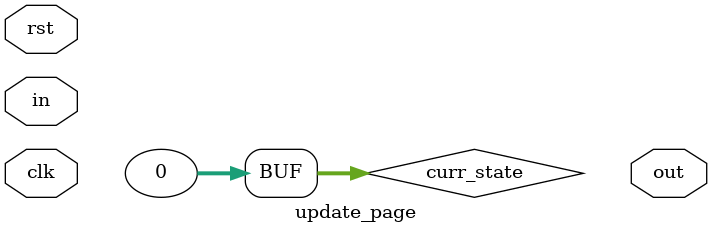
<source format=sv>
`timescale 1ns / 1ps

typedef enum {Up_Idle, Up_ClearDC1, Up_ClearDC2, Up_SendCmd,
 Up_Spi1, Up_Spi2, Up_Back} update_state_t;

module update_page(input clk, input rst, input in, output out);
    logic en, cnt_cmd, spi_fin;
    localparam nbcmd = 16;
    update_state_t curr_state, next_state;
    
    initial
        curr_state = Up_Idle;
        
    always @*    
        case(curr_state)
            Up_Idle: if(en) next_state = Up_ClearDC1;
            Up_ClearDC1: next_state = Up_SendCmd;
            Up_ClearDC2: next_state = Up_Idle;
            Up_SendCmd: begin
                if(cnt_cmd < nbcmd)
                    next_state = Up_Spi1;
                next_state = Up_ClearDC2; 
                end
            Up_Spi1: next_state = Up_Spi2;
            Up_Spi2: if(spi_fin) next_state = Up_Back;
            Up_Back: next_state = Up_Idle;
        endcase

endmodule

</source>
